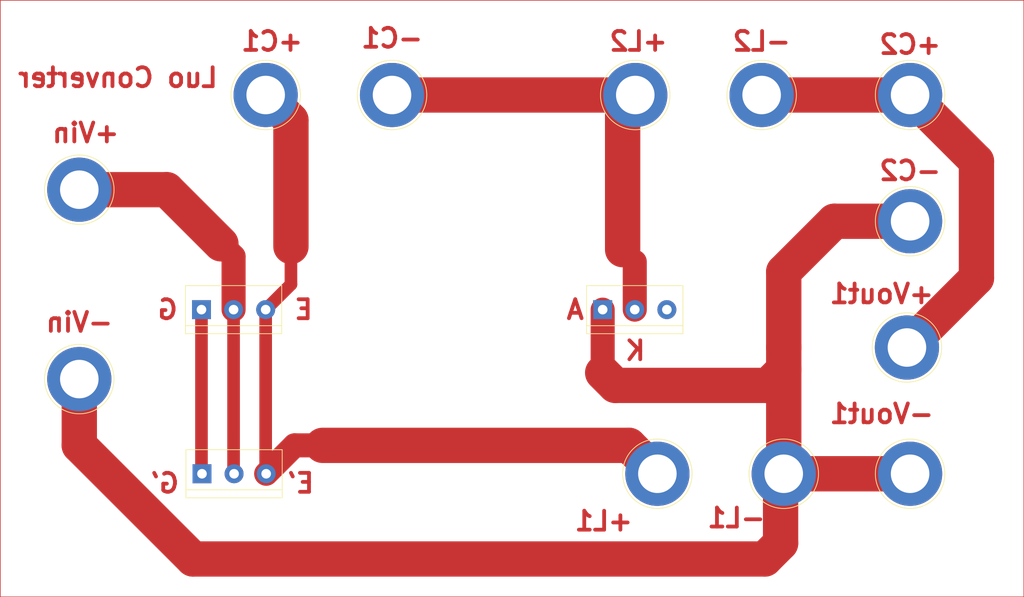
<source format=kicad_pcb>
(kicad_pcb (version 20241229) (generator "pcbnew") (generator_version "9.0")
  (title_block (title "Luo Converter PCB") (date "19-06-2025"))
  (layers (0 "F.Cu" signal) (2 "B.Cu" signal) (13 "F.Paste" user) (15 "B.Paste" user) (5 "F.SilkS" user "F.Silkscreen") (7 "B.SilkS" user "B.Silkscreen") (1 "F.Mask" user) (3 "B.Mask" user) (25 "Edge.Cuts" user))
  (net 0 "")
  (net 1 "Net-(+C1-Pin_1)")
  (net 2 "Net-(+C2-Pin_1)")
  (net 3 "Net-(+L2-Pin_1)")
  (net 4 "Net-(+Vin1-Pin_1)")
  (net 5 "Net-(-C2-Pin_1)")
  (net 7 "Net-(Sw'1-Pin_1)")
  (footprint "Connector:Banana_Jack_1Pin" (layer "F.Cu") (at 158.5 69.5)
    (property "Reference" "+Vout1" (at -4 -8.5 0) (layer "F.Cu") (effects (font (size 3 3) (thickness 0.6) (bold yes)) (justify mirror)))
    (property "Value" "Screw_Terminal_01x01")
    (fp_circle (center 0 0) (end 5.5 0) (stroke (width 0.12)) (fill no) (layer "F.SilkS"))
    (pad "1" thru_hole circle (at 0 0) (size 10.16 10.16) (drill 6.1) (layers "*.Cu" "*.Mask") (net 2 "Net-(+C2-Pin_1)"))
  )
  (footprint "Connector:Banana_Jack_1Pin" (layer "F.Cu") (at 119 89.5)
    (property "Reference" "+L1" (at -8.5 7.5 0) (layer "F.Cu") (effects (font (size 3 3) (thickness 0.6) (bold yes)) (justify mirror)))
    (property "Value" "Screw_Terminal_01x01")
    (fp_circle (center 0 0) (end 5.5 0) (stroke (width 0.12)) (fill no) (layer "F.SilkS"))
    (pad "1" thru_hole circle (at 0 0) (size 10.16 10.16) (drill 6.1) (layers "*.Cu" "*.Mask") (net 1 "Net-(+C1-Pin_1)"))
  )
  (footprint "TerminalBlock:TerminalBlock_bornier-3_P5.08mm" (layer "F.Cu") (at 46.92 89.5)
    (property "Reference" "Sw'1" (hide yes))
    (property "Value" "Conn_01x03_Pin")
    (fp_line (start -2.54 -3.81) (end 12.7 -3.81) (stroke (width 0.12)) (layer "F.SilkS"))
    (fp_line (start -2.54 2.54) (end 12.7 2.54) (stroke (width 0.12)) (layer "F.SilkS"))
    (fp_line (start -2.54 3.81) (end -2.54 -3.81) (stroke (width 0.12)) (layer "F.SilkS"))
    (fp_line (start -2.54 3.81) (end 12.7 3.81) (stroke (width 0.12)) (layer "F.SilkS"))
    (fp_line (start 12.7 3.81) (end 12.7 -3.81) (stroke (width 0.12)) (layer "F.SilkS"))
    (pad "1" thru_hole rect (at 0 0) (size 3 3) (drill 1.52) (layers "*.Cu" "*.Mask") (net 7 "Net-(Sw'1-Pin_1)"))
    (pad "2" thru_hole circle (at 5.08 0) (size 3 3) (drill 1.52) (layers "*.Cu" "*.Mask") (net 4 "Net-(+Vin1-Pin_1)"))
    (pad "3" thru_hole circle (at 10.16 0) (size 3 3) (drill 1.52) (layers "*.Cu" "*.Mask") (net 1 "Net-(+C1-Pin_1)"))
  )
  (footprint "Connector:Banana_Jack_1Pin" (layer "F.Cu") (at 159 49.5)
    (property "Reference" "-C2" (at 0 -8 0) (layer "F.Cu") (effects (font (size 3 3) (thickness 0.6) (bold yes)) (justify mirror)))
    (property "Value" "Screw_Terminal_01x01")
    (fp_circle (center 0 0) (end 5.5 0) (stroke (width 0.12)) (fill no) (layer "F.SilkS"))
    (pad "1" thru_hole circle (at 0 0) (size 10.16 10.16) (drill 6.1) (layers "*.Cu" "*.Mask") (net 5 "Net-(-C2-Pin_1)"))
  )
  (footprint "Connector:Banana_Jack_1Pin" (layer "F.Cu") (at 159 89.5)
    (property "Reference" "-Vout1" (at -4.5 -9.5 0) (layer "F.Cu") (effects (font (size 3 3) (thickness 0.6) (bold yes)) (justify mirror)))
    (property "Value" "Screw_Terminal_01x01")
    (fp_circle (center 0 0) (end 5.5 0) (stroke (width 0.12)) (fill no) (layer "F.SilkS"))
    (pad "1" thru_hole circle (at 0 0) (size 10.16 10.16) (drill 6.1) (layers "*.Cu" "*.Mask") (net 5 "Net-(-C2-Pin_1)"))
  )
  (footprint "Connector:Banana_Jack_1Pin" (layer "F.Cu") (at 135.5 29.5)
    (property "Reference" "-L2" (at 0 -8.5 0) (layer "F.Cu") (effects (font (size 3 3) (thickness 0.6) (bold yes)) (justify mirror)))
    (property "Value" "Screw_Terminal_01x01")
    (fp_circle (center 0 0) (end 5.5 0) (stroke (width 0.12)) (fill no) (layer "F.SilkS"))
    (pad "1" thru_hole circle (at 0 0) (size 10.16 10.16) (drill 6.1) (layers "*.Cu" "*.Mask") (net 2 "Net-(+C2-Pin_1)"))
  )
  (footprint "Connector:Banana_Jack_1Pin" (layer "F.Cu") (at 27.5 74.5)
    (property "Reference" "-Vin" (at 0 -9 0) (layer "F.Cu") (effects (font (size 3 3) (thickness 0.6) (bold yes)) (justify mirror)))
    (property "Value" "Screw_Terminal_01x01")
    (fp_circle (center 0 0) (end 5.5 0) (stroke (width 0.12)) (fill no) (layer "F.SilkS"))
    (pad "1" thru_hole circle (at 0 0) (size 10.16 10.16) (drill 6.1) (layers "*.Cu" "*.Mask") (net 5 "Net-(-C2-Pin_1)"))
  )
  (footprint "Connector:Banana_Jack_1Pin" (layer "F.Cu") (at 57 29.5)
    (property "Reference" "+C1" (at 1 -8.5 0) (layer "F.Cu") (effects (font (size 3 3) (thickness 0.6) (bold yes)) (justify mirror)))
    (property "Value" "Screw_Terminal_01x01")
    (fp_circle (center 0 0) (end 5.5 0) (stroke (width 0.12)) (fill no) (layer "F.SilkS"))
    (pad "1" thru_hole circle (at 0 0) (size 10.16 10.16) (drill 6.1) (layers "*.Cu" "*.Mask") (net 1 "Net-(+C1-Pin_1)"))
  )
  (footprint "Connector:Banana_Jack_1Pin" (layer "F.Cu") (at 27.5 44.5)
    (property "Reference" "+Vin" (at 1 -9 0) (layer "F.Cu") (effects (font (size 3 3) (thickness 0.6) (bold yes)) (justify mirror)))
    (property "Value" "Screw_Terminal_01x01")
    (fp_circle (center 0 0) (end 5.5 0) (stroke (width 0.12)) (fill no) (layer "F.SilkS"))
    (pad "1" thru_hole circle (at 0 0) (size 10.16 10.16) (drill 6.1) (layers "*.Cu" "*.Mask") (net 4 "Net-(+Vin1-Pin_1)"))
  )
  (footprint "Connector:Banana_Jack_1Pin" (layer "F.Cu") (at 115.5 29.5)
    (property "Reference" "+L2" (at 0.5 -8.5 0) (layer "F.Cu") (effects (font (size 3 3) (thickness 0.6) (bold yes)) (justify mirror)))
    (property "Value" "Screw_Terminal_01x01")
    (fp_circle (center 0 0) (end 5.5 0) (stroke (width 0.12)) (fill no) (layer "F.SilkS"))
    (pad "1" thru_hole circle (at 0 0) (size 10.16 10.16) (drill 6.1) (layers "*.Cu" "*.Mask") (net 3 "Net-(+L2-Pin_1)"))
  )
  (footprint "Connector:Banana_Jack_1Pin" (layer "F.Cu") (at 159 29.5)
    (property "Reference" "+C2" (at 0 -8 0) (layer "F.Cu") (effects (font (size 3 3) (thickness 0.6) (bold yes)) (justify mirror)))
    (property "Value" "Screw_Terminal_01x01")
    (fp_circle (center 0 0) (end 5.5 0) (stroke (width 0.12)) (fill no) (layer "F.SilkS"))
    (pad "1" thru_hole circle (at 0 0) (size 10.16 10.16) (drill 6.1) (layers "*.Cu" "*.Mask") (net 2 "Net-(+C2-Pin_1)"))
  )
  (footprint "TerminalBlock:TerminalBlock_bornier-3_P5.08mm" (layer "F.Cu") (at 110.34 63.5)
    (property "Reference" "A" (at -4.34 0 0) (layer "F.Cu") (effects (font (size 3 3) (thickness 0.6) (bold yes)) (justify mirror)))
    (property "Value" "Conn_01x03_Pin")
    (fp_line (start -2.54 -3.81) (end 12.7 -3.81) (stroke (width 0.12)) (layer "F.SilkS"))
    (fp_line (start -2.54 2.54) (end 12.7 2.54) (stroke (width 0.12)) (layer "F.SilkS"))
    (fp_line (start -2.54 3.81) (end -2.54 -3.81) (stroke (width 0.12)) (layer "F.SilkS"))
    (fp_line (start -2.54 3.81) (end 12.7 3.81) (stroke (width 0.12)) (layer "F.SilkS"))
    (fp_line (start 12.7 3.81) (end 12.7 -3.81) (stroke (width 0.12)) (layer "F.SilkS"))
    (pad "1" thru_hole rect (at 0 0) (size 3 3) (drill 1.52) (layers "*.Cu" "*.Mask") (net 5 "Net-(-C2-Pin_1)"))
    (pad "2" thru_hole circle (at 5.08 0) (size 3 3) (drill 1.52) (layers "*.Cu" "*.Mask") (net 3 "Net-(+L2-Pin_1)"))
    (pad "3" thru_hole circle (at 10.16 0) (size 3 3) (drill 1.52) (layers "*.Cu" "*.Mask"))
  )
  (footprint "Connector:Banana_Jack_1Pin" (layer "F.Cu") (at 77 29.5)
    (property "Reference" "-C1" (at 0 -9 0) (layer "F.Cu") (effects (font (size 3 3) (thickness 0.6) (bold yes)) (justify mirror)))
    (property "Value" "Screw_Terminal_01x01")
    (fp_circle (center 0 0) (end 5.5 0) (stroke (width 0.12)) (fill no) (layer "F.SilkS"))
    (pad "1" thru_hole circle (at 0 0) (size 10.16 10.16) (drill 6.1) (layers "*.Cu" "*.Mask") (net 3 "Net-(+L2-Pin_1)"))
  )
  (footprint "Connector:Banana_Jack_1Pin" (layer "F.Cu") (at 139 89.5)
    (property "Reference" "-L1" (at -7.5 7 0) (layer "F.Cu") (effects (font (size 3 3) (thickness 0.6) (bold yes)) (justify mirror)))
    (property "Value" "Screw_Terminal_01x01")
    (fp_circle (center 0 0) (end 5.5 0) (stroke (width 0.12)) (fill no) (layer "F.SilkS"))
    (pad "1" thru_hole circle (at 0 0) (size 10.16 10.16) (drill 6.1) (layers "*.Cu" "*.Mask") (net 5 "Net-(-C2-Pin_1)"))
  )
  (footprint "TerminalBlock:TerminalBlock_bornier-3_P5.08mm" (layer "F.Cu") (at 46.84 63.5)
    (property "Reference" "E" (at 16.16 0 0) (layer "F.Cu") (effects (font (size 3 3) (thickness 0.6) (bold yes)) (justify mirror)))
    (property "Value" "Conn_01x03_Pin")
    (fp_line (start -2.54 -3.81) (end 12.7 -3.81) (stroke (width 0.12)) (layer "F.SilkS"))
    (fp_line (start -2.54 2.54) (end 12.7 2.54) (stroke (width 0.12)) (layer "F.SilkS"))
    (fp_line (start -2.54 3.81) (end -2.54 -3.81) (stroke (width 0.12)) (layer "F.SilkS"))
    (fp_line (start -2.54 3.81) (end 12.7 3.81) (stroke (width 0.12)) (layer "F.SilkS"))
    (fp_line (start 12.7 3.81) (end 12.7 -3.81) (stroke (width 0.12)) (layer "F.SilkS"))
    (pad "1" thru_hole rect (at 0 0) (size 3 3) (drill 1.52) (layers "*.Cu" "*.Mask") (net 7 "Net-(Sw'1-Pin_1)"))
    (pad "2" thru_hole circle (at 5.08 0) (size 3 3) (drill 1.52) (layers "*.Cu" "*.Mask") (net 4 "Net-(+Vin1-Pin_1)"))
    (pad "3" thru_hole circle (at 10.16 0) (size 3 3) (drill 1.52) (layers "*.Cu" "*.Mask") (net 1 "Net-(+C1-Pin_1)"))
  )
  (gr_rect (start 15 14.5) (end 177 109) (stroke (width 0.1)) (fill no) (layer "F.Cu"))
  (gr_text "Luo Converter" (at 17.5 28.5 0) (layer "F.Cu") (effects (font (size 3 3) (thickness 0.6) (bold yes)) (justify right bottom mirror)))
  (gr_text "G" (at 41.5 63.5 0) (layer "F.Cu") (effects (font (size 3 3) (thickness 0.6) (bold yes)) (justify mirror)))
  (gr_text "K" (at 115.5 70 0) (layer "F.Cu") (effects (font (size 3 3) (thickness 0.6) (bold yes)) (justify mirror)))
  (gr_text "E'" (at 62.5 91 0) (layer "F.Cu") (effects (font (size 3 3) (thickness 0.6) (bold yes)) (justify mirror)))
  (gr_text "G'" (at 41 91 0) (layer "F.Cu") (effects (font (size 3 3) (thickness 0.6) (bold yes)) (justify mirror)))
  (segment (start 61 59.5) (end 57 63.5) (width 2) (layer "F.Cu") (net 1))
  (segment (start 61 53.5) (end 61 33.5) (width 5.59) (layer "F.Cu") (net 1))
  (segment (start 57 63.5) (end 57 89.42) (width 2) (layer "F.Cu") (net 1))
  (segment (start 61 33.5) (end 57 29.5) (width 5.59) (layer "F.Cu") (net 1))
  (segment (start 57 89.42) (end 57.08 89.5) (width 0.2) (layer "F.Cu") (net 1))
  (segment (start 61.58 85) (end 57.08 89.5) (width 3.81) (layer "F.Cu") (net 1))
  (segment (start 66 85) (end 61.58 85) (width 3.81) (layer "F.Cu") (net 1))
  (segment (start 61 53.5) (end 61 59.5) (width 2) (layer "F.Cu") (net 1))
  (segment (start 114.5 85) (end 119 89.5) (width 5.59) (layer "F.Cu") (net 1))
  (segment (start 66 85) (end 114.5 85) (width 5.59) (layer "F.Cu") (net 1))
  (segment (start 169.5 58.5) (end 158.5 69.5) (width 5.59) (layer "F.Cu") (net 2))
  (segment (start 159 29.5) (end 169.5 40) (width 5.59) (layer "F.Cu") (net 2))
  (segment (start 169.5 40) (end 169.5 58.5) (width 5.59) (layer "F.Cu") (net 2))
  (segment (start 135.5 29.5) (end 159 29.5) (width 5.59) (layer "F.Cu") (net 2))
  (segment (start 115.42 55.92) (end 113.5 54) (width 0.2) (layer "F.Cu") (net 3))
  (segment (start 115.42 63.5) (end 115.42 55.92) (width 3.81) (layer "F.Cu") (net 3))
  (segment (start 113.5 31.5) (end 115.5 29.5) (width 0.2) (layer "F.Cu") (net 3))
  (segment (start 113.5 54) (end 113.5 31.5) (width 5.59) (layer "F.Cu") (net 3))
  (segment (start 77 29.5) (end 115.5 29.5) (width 5.59) (layer "F.Cu") (net 3))
  (segment (start 49.92 53.08) (end 50.08 53.08) (width 2) (layer "F.Cu") (net 4))
  (segment (start 51.92 55.08) (end 49.92 53.08) (width 3.81) (layer "F.Cu") (net 4))
  (segment (start 51.92 89.42) (end 52 89.5) (width 0.2) (layer "F.Cu") (net 4))
  (segment (start 49.92 53.08) (end 41.34 44.5) (width 5.59) (layer "F.Cu") (net 4))
  (segment (start 51.92 63.5) (end 51.92 55.08) (width 3.81) (layer "F.Cu") (net 4))
  (segment (start 50.08 53.08) (end 52 55) (width 2) (layer "F.Cu") (net 4))
  (segment (start 51.92 63.5) (end 51.92 89.42) (width 2) (layer "F.Cu") (net 4))
  (segment (start 41.34 44.5) (end 27.5 44.5) (width 5.59) (layer "F.Cu") (net 4))
  (segment (start 110.34 73.5) (end 112.34 75.5) (width 5.59) (layer "F.Cu") (net 5))
  (segment (start 138.5 73.5) (end 139 73) (width 2) (layer "F.Cu") (net 5))
  (segment (start 27.5 85) (end 45.5 103) (width 5.59) (layer "F.Cu") (net 5))
  (segment (start 159 89.5) (end 139 89.5) (width 5.59) (layer "F.Cu") (net 5))
  (segment (start 138.5 100.5) (end 138.5 90) (width 5.59) (layer "F.Cu") (net 5))
  (segment (start 139 57.5) (end 139 69.5) (width 5.59) (layer "F.Cu") (net 5))
  (segment (start 139 69.5) (end 139 73) (width 5.59) (layer "F.Cu") (net 5))
  (segment (start 139 89.5) (end 136.34 89.5) (width 0.2) (layer "F.Cu") (net 5))
  (segment (start 138.5 90) (end 139 89.5) (width 5.59) (layer "F.Cu") (net 5))
  (segment (start 147 49.5) (end 139 57.5) (width 5.59) (layer "F.Cu") (net 5))
  (segment (start 136.5 75.5) (end 138.5 73.5) (width 5.59) (layer "F.Cu") (net 5))
  (segment (start 139 89.5) (end 137 89.5) (width 0.2) (layer "F.Cu") (net 5))
  (segment (start 159 49.5) (end 159 52) (width 0.2) (layer "F.Cu") (net 5))
  (segment (start 110.34 63.5) (end 110.34 73.5) (width 3.81) (layer "F.Cu") (net 5))
  (segment (start 136 103) (end 138.5 100.5) (width 5.59) (layer "F.Cu") (net 5))
  (segment (start 139 73) (end 139 89.5) (width 5.59) (layer "F.Cu") (net 5))
  (segment (start 45.5 103) (end 136 103) (width 5.59) (layer "F.Cu") (net 5))
  (segment (start 159 49.5) (end 147 49.5) (width 5.59) (layer "F.Cu") (net 5))
  (segment (start 27.5 74.5) (end 27.5 85) (width 5.59) (layer "F.Cu") (net 5))
  (segment (start 112.34 75.5) (end 136.5 75.5) (width 5.59) (layer "F.Cu") (net 5))
  (segment (start 46.84 89.42) (end 46.92 89.5) (width 0.2) (layer "F.Cu") (net 7))
  (segment (start 46.84 63.5) (end 46.84 89.42) (width 2) (layer "F.Cu") (net 7))
)
</source>
